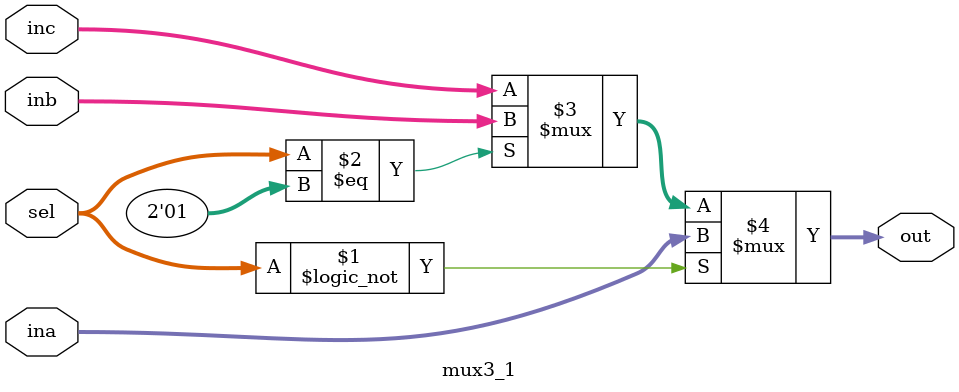
<source format=v>
`timescale 1ns / 1ps


module mux3_1(input [31:0] ina,inb,inc,
               input [1:0] sel,
               output [31:0] out);
               
    assign out = (sel == 2'b00) ? ina : ((sel == 2'b01) ? inb : inc);
endmodule

</source>
